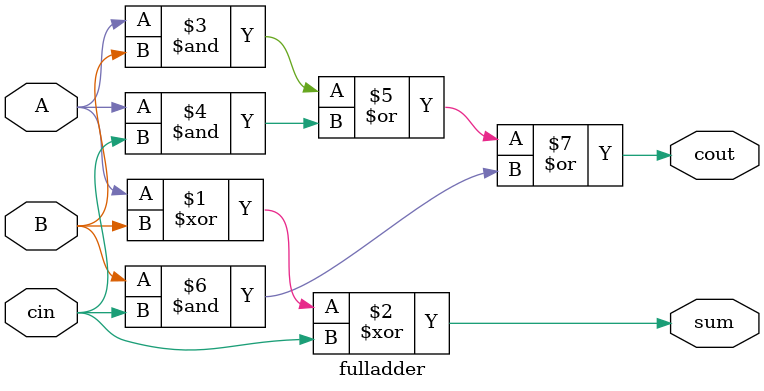
<source format=v>
module fulladder(A, B, cin, sum, cout);
input A, B, cin;
output sum;
output cout;

assign sum = A ^ B ^ cin;
assign cout = (A & B) | (A & cin) | (B & cin);

endmodule

</source>
